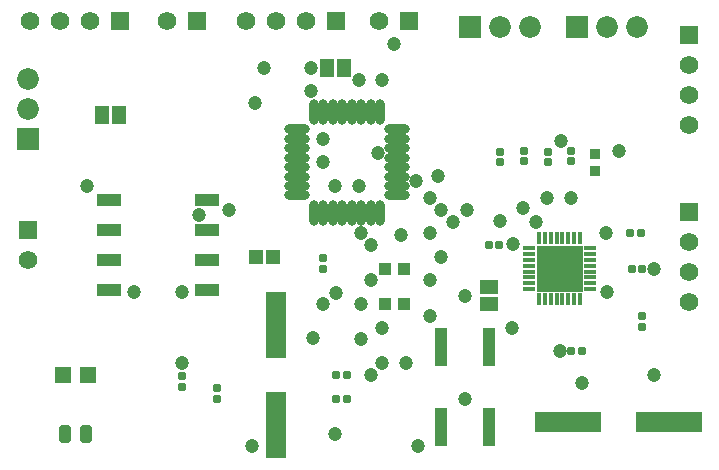
<source format=gts>
G04*
G04 #@! TF.GenerationSoftware,Altium Limited,Altium Designer,23.5.1 (21)*
G04*
G04 Layer_Color=8388736*
%FSLAX44Y44*%
%MOMM*%
G71*
G04*
G04 #@! TF.SameCoordinates,638B95CD-29A4-4EC3-B0C2-DC090694CFED*
G04*
G04*
G04 #@! TF.FilePolarity,Negative*
G04*
G01*
G75*
%ADD18R,0.9621X0.9350*%
%ADD19R,2.1500X1.1000*%
%ADD23R,1.0000X3.2000*%
%ADD33R,1.2532X1.5032*%
G04:AMPARAMS|DCode=34|XSize=0.7532mm|YSize=0.7032mm|CornerRadius=0.1641mm|HoleSize=0mm|Usage=FLASHONLY|Rotation=270.000|XOffset=0mm|YOffset=0mm|HoleType=Round|Shape=RoundedRectangle|*
%AMROUNDEDRECTD34*
21,1,0.7532,0.3750,0,0,270.0*
21,1,0.4250,0.7032,0,0,270.0*
1,1,0.3282,-0.1875,-0.2125*
1,1,0.3282,-0.1875,0.2125*
1,1,0.3282,0.1875,0.2125*
1,1,0.3282,0.1875,-0.2125*
%
%ADD34ROUNDEDRECTD34*%
G04:AMPARAMS|DCode=35|XSize=0.7532mm|YSize=0.7032mm|CornerRadius=0.1641mm|HoleSize=0mm|Usage=FLASHONLY|Rotation=180.000|XOffset=0mm|YOffset=0mm|HoleType=Round|Shape=RoundedRectangle|*
%AMROUNDEDRECTD35*
21,1,0.7532,0.3750,0,0,180.0*
21,1,0.4250,0.7032,0,0,180.0*
1,1,0.3282,-0.2125,0.1875*
1,1,0.3282,0.2125,0.1875*
1,1,0.3282,0.2125,-0.1875*
1,1,0.3282,-0.2125,-0.1875*
%
%ADD35ROUNDEDRECTD35*%
%ADD36R,1.2032X1.3032*%
%ADD37R,1.7032X5.7032*%
%ADD38R,5.7032X1.7032*%
%ADD39O,0.8032X2.1532*%
%ADD40O,2.1532X0.8032*%
G04:AMPARAMS|DCode=41|XSize=1.5032mm|YSize=0.9632mm|CornerRadius=0.1966mm|HoleSize=0mm|Usage=FLASHONLY|Rotation=90.000|XOffset=0mm|YOffset=0mm|HoleType=Round|Shape=RoundedRectangle|*
%AMROUNDEDRECTD41*
21,1,1.5032,0.5700,0,0,90.0*
21,1,1.1100,0.9632,0,0,90.0*
1,1,0.3932,0.2850,0.5550*
1,1,0.3932,0.2850,-0.5550*
1,1,0.3932,-0.2850,-0.5550*
1,1,0.3932,-0.2850,0.5550*
%
%ADD41ROUNDEDRECTD41*%
%ADD42R,1.4032X1.4032*%
%ADD43R,3.9032X3.9032*%
%ADD44O,1.0532X0.4032*%
%ADD45O,0.4032X1.0532*%
%ADD46R,1.0032X1.0032*%
%ADD47R,1.5032X1.2532*%
%ADD48R,1.8400X1.8400*%
%ADD49C,1.8400*%
%ADD50R,1.5700X1.5700*%
%ADD51C,1.5700*%
%ADD52R,1.8400X1.8400*%
%ADD53R,1.5700X1.5700*%
%ADD54C,1.2032*%
%ADD55C,0.7032*%
D18*
X500000Y252846D02*
D03*
Y267154D02*
D03*
D19*
X171250Y151900D02*
D03*
Y177300D02*
D03*
Y202700D02*
D03*
Y228100D02*
D03*
X88750D02*
D03*
Y202700D02*
D03*
Y177300D02*
D03*
Y151900D02*
D03*
D23*
X370000Y104000D02*
D03*
Y36000D02*
D03*
X410000Y104000D02*
D03*
Y36000D02*
D03*
D33*
X287250Y340000D02*
D03*
X272750D02*
D03*
X97250Y300000D02*
D03*
X82750D02*
D03*
D34*
X539000Y200000D02*
D03*
X530000D02*
D03*
X540000Y170000D02*
D03*
X531000D02*
D03*
X419000Y190000D02*
D03*
X410000D02*
D03*
X489000Y100000D02*
D03*
X480000D02*
D03*
X290000Y80000D02*
D03*
X281000D02*
D03*
X290000Y60000D02*
D03*
X281000D02*
D03*
D35*
X540000Y121000D02*
D03*
Y130000D02*
D03*
X480000Y261000D02*
D03*
Y270000D02*
D03*
X460000Y260000D02*
D03*
Y269000D02*
D03*
X440000Y261000D02*
D03*
Y270000D02*
D03*
X420000Y260000D02*
D03*
Y269000D02*
D03*
X270000Y170000D02*
D03*
Y179000D02*
D03*
X150000Y79000D02*
D03*
Y70000D02*
D03*
X180000Y60000D02*
D03*
Y69000D02*
D03*
D36*
X212750Y180000D02*
D03*
X227250D02*
D03*
D37*
X230000Y122500D02*
D03*
Y37500D02*
D03*
D38*
X562500Y40000D02*
D03*
X477500D02*
D03*
D39*
X318000Y302500D02*
D03*
X310000D02*
D03*
X302000D02*
D03*
X294000D02*
D03*
X286000D02*
D03*
X278000D02*
D03*
X270000D02*
D03*
X262000D02*
D03*
Y217500D02*
D03*
X270000D02*
D03*
X278000D02*
D03*
X286000D02*
D03*
X294000D02*
D03*
X302000D02*
D03*
X310000D02*
D03*
X318000D02*
D03*
D40*
X247500Y288000D02*
D03*
Y280000D02*
D03*
Y272000D02*
D03*
Y264000D02*
D03*
Y256000D02*
D03*
Y248000D02*
D03*
Y240000D02*
D03*
Y232000D02*
D03*
X332500D02*
D03*
Y240000D02*
D03*
Y248000D02*
D03*
Y256000D02*
D03*
Y264000D02*
D03*
Y272000D02*
D03*
Y280000D02*
D03*
Y288000D02*
D03*
D41*
X68900Y30000D02*
D03*
X51000D02*
D03*
D42*
X70500Y80000D02*
D03*
X49500D02*
D03*
D43*
X470000Y170000D02*
D03*
D44*
X495750Y187500D02*
D03*
Y182500D02*
D03*
Y177500D02*
D03*
Y172500D02*
D03*
Y167500D02*
D03*
Y162500D02*
D03*
Y157500D02*
D03*
Y152500D02*
D03*
X444250D02*
D03*
Y157500D02*
D03*
Y162500D02*
D03*
Y167500D02*
D03*
Y172500D02*
D03*
Y177500D02*
D03*
Y182500D02*
D03*
Y187500D02*
D03*
D45*
X487500Y144250D02*
D03*
X482500D02*
D03*
X477500D02*
D03*
X472500D02*
D03*
X467500D02*
D03*
X462500D02*
D03*
X457500D02*
D03*
X452500D02*
D03*
Y195750D02*
D03*
X457500D02*
D03*
X462500D02*
D03*
X467500D02*
D03*
X472500D02*
D03*
X477500D02*
D03*
X482500D02*
D03*
X487500D02*
D03*
D46*
X338000Y140000D02*
D03*
X322000D02*
D03*
X338000Y170000D02*
D03*
X322000D02*
D03*
D47*
X410000Y140000D02*
D03*
Y154500D02*
D03*
D48*
X20000Y280000D02*
D03*
D49*
Y305400D02*
D03*
Y330800D02*
D03*
X510000Y374300D02*
D03*
X535400D02*
D03*
X420000D02*
D03*
X445400D02*
D03*
D50*
X580000Y368100D02*
D03*
X20000Y202700D02*
D03*
X580000Y218100D02*
D03*
D51*
X580000Y342700D02*
D03*
Y317300D02*
D03*
Y291900D02*
D03*
X317300Y380000D02*
D03*
X255400D02*
D03*
X230000D02*
D03*
X204600D02*
D03*
X137300D02*
D03*
X72700D02*
D03*
X47300D02*
D03*
X21900D02*
D03*
X20000Y177300D02*
D03*
X580000Y141900D02*
D03*
Y167300D02*
D03*
Y192700D02*
D03*
D52*
X484600Y374300D02*
D03*
X394600D02*
D03*
D53*
X342700Y380000D02*
D03*
X280800D02*
D03*
X162700D02*
D03*
X98100D02*
D03*
D54*
X110000Y150000D02*
D03*
X390000Y60000D02*
D03*
X450157Y209843D02*
D03*
X438843Y221157D02*
D03*
X430813Y190500D02*
D03*
X420000Y210000D02*
D03*
X302000Y200000D02*
D03*
X336000Y198433D02*
D03*
X360000Y200000D02*
D03*
X459000Y230000D02*
D03*
X471594Y278407D02*
D03*
X310000Y160000D02*
D03*
X280657Y149343D02*
D03*
X270000Y140000D02*
D03*
X302000D02*
D03*
Y110000D02*
D03*
X320000Y90000D02*
D03*
X340000D02*
D03*
X390000Y146500D02*
D03*
X261282Y111282D02*
D03*
X310000Y80000D02*
D03*
X350000Y20000D02*
D03*
X509780Y200220D02*
D03*
X510000Y150000D02*
D03*
X470000Y100000D02*
D03*
X260000Y340000D02*
D03*
X220000D02*
D03*
X212600Y310000D02*
D03*
X164414Y215200D02*
D03*
X316585Y268000D02*
D03*
X300000Y330000D02*
D03*
X330000Y360000D02*
D03*
X348410Y244011D02*
D03*
X366867Y248181D02*
D03*
X391989Y219575D02*
D03*
X360000Y230000D02*
D03*
X369468Y219468D02*
D03*
X379468Y209468D02*
D03*
X150000Y150000D02*
D03*
X310000Y190000D02*
D03*
X360000Y160000D02*
D03*
X430000Y120000D02*
D03*
X210000Y20000D02*
D03*
X360000Y130000D02*
D03*
X370000Y180000D02*
D03*
X470000Y170000D02*
D03*
X480000Y230000D02*
D03*
X489000Y73250D02*
D03*
X550000Y80000D02*
D03*
X520000Y270000D02*
D03*
X550000Y170000D02*
D03*
X280000Y30000D02*
D03*
X260000Y320000D02*
D03*
X319743Y329743D02*
D03*
X190000Y220000D02*
D03*
X270000Y260000D02*
D03*
X320000Y120000D02*
D03*
X150000Y90000D02*
D03*
X70000Y240000D02*
D03*
X270000Y280000D02*
D03*
X300000Y240000D02*
D03*
X280000D02*
D03*
D55*
X459000Y159000D02*
D03*
Y170000D02*
D03*
Y181000D02*
D03*
X470000Y159000D02*
D03*
Y170000D02*
D03*
Y181000D02*
D03*
X481000Y159000D02*
D03*
Y170000D02*
D03*
Y181000D02*
D03*
M02*

</source>
